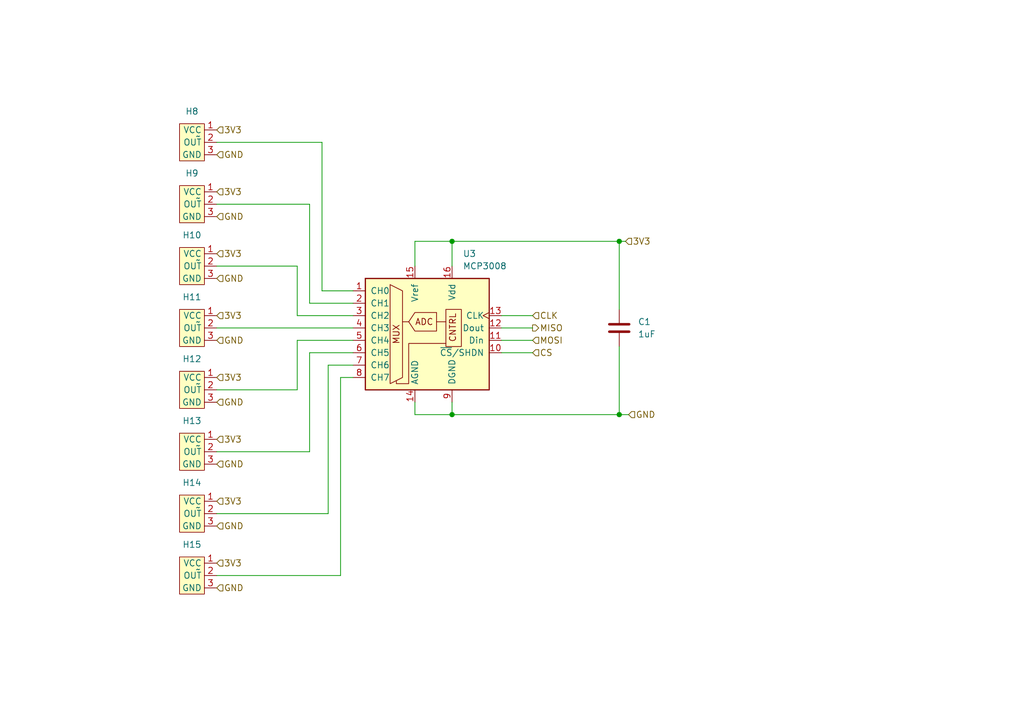
<source format=kicad_sch>
(kicad_sch (version 20230121) (generator eeschema)

  (uuid a0a494dd-3d79-4730-8358-4b63f4e697bb)

  (paper "A5")

  (lib_symbols
    (symbol "Analog_ADC:MCP3008" (pin_names (offset 1.016)) (in_bom yes) (on_board yes)
      (property "Reference" "U" (at -5.08 13.335 0)
        (effects (font (size 1.27 1.27)) (justify right))
      )
      (property "Value" "MCP3008" (at -5.08 11.43 0)
        (effects (font (size 1.27 1.27)) (justify right))
      )
      (property "Footprint" "" (at 2.54 2.54 0)
        (effects (font (size 1.27 1.27)) hide)
      )
      (property "Datasheet" "http://ww1.microchip.com/downloads/en/DeviceDoc/21295d.pdf" (at 2.54 2.54 0)
        (effects (font (size 1.27 1.27)) hide)
      )
      (property "ki_keywords" "12bit ADC Reference Single Supply SPI 8CH" (at 0 0 0)
        (effects (font (size 1.27 1.27)) hide)
      )
      (property "ki_description" "A/D Converter, 10-Bit, 8-Channel, SPI Interface , 2.7V-5.5V" (at 0 0 0)
        (effects (font (size 1.27 1.27)) hide)
      )
      (property "ki_fp_filters" "DIP*W7.62mm* SOIC*3.9x9.9mm*P1.27mm*" (at 0 0 0)
        (effects (font (size 1.27 1.27)) hide)
      )
      (symbol "MCP3008_0_0"
        (text "ADC" (at -0.635 1.27 0)
          (effects (font (size 1.27 1.27)))
        )
        (text "CNTRL" (at 5.969 -2.921 900)
          (effects (font (size 1.27 1.27)) (justify left bottom))
        )
        (text "MUX" (at -6.35 -1.27 900)
          (effects (font (size 1.27 1.27)))
        )
      )
      (symbol "MCP3008_0_1"
        (polyline
          (pts
            (xy -3.81 1.27)
            (xy -5.08 1.27)
          )
          (stroke (width 0) (type default))
          (fill (type none))
        )
        (polyline
          (pts
            (xy 1.905 1.27)
            (xy 3.81 1.27)
          )
          (stroke (width 0) (type default))
          (fill (type none))
        )
        (polyline
          (pts
            (xy -7.62 8.89)
            (xy -7.62 -11.43)
            (xy -5.08 -10.16)
            (xy -5.08 7.62)
            (xy -7.62 8.89)
          )
          (stroke (width 0) (type default))
          (fill (type none))
        )
        (polyline
          (pts
            (xy 3.81 -3.175)
            (xy -3.81 -3.175)
            (xy -3.81 -11.43)
            (xy -6.35 -11.43)
            (xy -6.35 -10.795)
          )
          (stroke (width 0) (type default))
          (fill (type none))
        )
        (polyline
          (pts
            (xy 1.905 3.175)
            (xy 1.905 -0.635)
            (xy -2.54 -0.635)
            (xy -3.81 1.27)
            (xy -2.54 3.175)
            (xy 1.905 3.175)
          )
          (stroke (width 0) (type default))
          (fill (type none))
        )
        (rectangle (start 3.81 -3.81) (end 6.985 3.81)
          (stroke (width 0) (type default))
          (fill (type none))
        )
        (rectangle (start 12.7 -12.7) (end -12.7 10.16)
          (stroke (width 0.254) (type default))
          (fill (type background))
        )
      )
      (symbol "MCP3008_1_1"
        (pin input line (at -15.24 7.62 0) (length 2.54)
          (name "CH0" (effects (font (size 1.27 1.27))))
          (number "1" (effects (font (size 1.27 1.27))))
        )
        (pin input line (at 15.24 -5.08 180) (length 2.54)
          (name "~{CS}/SHDN" (effects (font (size 1.27 1.27))))
          (number "10" (effects (font (size 1.27 1.27))))
        )
        (pin input line (at 15.24 -2.54 180) (length 2.54)
          (name "Din" (effects (font (size 1.27 1.27))))
          (number "11" (effects (font (size 1.27 1.27))))
        )
        (pin output line (at 15.24 0 180) (length 2.54)
          (name "Dout" (effects (font (size 1.27 1.27))))
          (number "12" (effects (font (size 1.27 1.27))))
        )
        (pin input clock (at 15.24 2.54 180) (length 2.54)
          (name "CLK" (effects (font (size 1.27 1.27))))
          (number "13" (effects (font (size 1.27 1.27))))
        )
        (pin power_in line (at -2.54 -15.24 90) (length 2.54)
          (name "AGND" (effects (font (size 1.27 1.27))))
          (number "14" (effects (font (size 1.27 1.27))))
        )
        (pin power_in line (at -2.54 12.7 270) (length 2.54)
          (name "Vref" (effects (font (size 1.27 1.27))))
          (number "15" (effects (font (size 1.27 1.27))))
        )
        (pin power_in line (at 5.08 12.7 270) (length 2.54)
          (name "Vdd" (effects (font (size 1.27 1.27))))
          (number "16" (effects (font (size 1.27 1.27))))
        )
        (pin input line (at -15.24 5.08 0) (length 2.54)
          (name "CH1" (effects (font (size 1.27 1.27))))
          (number "2" (effects (font (size 1.27 1.27))))
        )
        (pin input line (at -15.24 2.54 0) (length 2.54)
          (name "CH2" (effects (font (size 1.27 1.27))))
          (number "3" (effects (font (size 1.27 1.27))))
        )
        (pin input line (at -15.24 0 0) (length 2.54)
          (name "CH3" (effects (font (size 1.27 1.27))))
          (number "4" (effects (font (size 1.27 1.27))))
        )
        (pin input line (at -15.24 -2.54 0) (length 2.54)
          (name "CH4" (effects (font (size 1.27 1.27))))
          (number "5" (effects (font (size 1.27 1.27))))
        )
        (pin input line (at -15.24 -5.08 0) (length 2.54)
          (name "CH5" (effects (font (size 1.27 1.27))))
          (number "6" (effects (font (size 1.27 1.27))))
        )
        (pin input line (at -15.24 -7.62 0) (length 2.54)
          (name "CH6" (effects (font (size 1.27 1.27))))
          (number "7" (effects (font (size 1.27 1.27))))
        )
        (pin input line (at -15.24 -10.16 0) (length 2.54)
          (name "CH7" (effects (font (size 1.27 1.27))))
          (number "8" (effects (font (size 1.27 1.27))))
        )
        (pin power_in line (at 5.08 -15.24 90) (length 2.54)
          (name "DGND" (effects (font (size 1.27 1.27))))
          (number "9" (effects (font (size 1.27 1.27))))
        )
      )
    )
    (symbol "Device:C" (pin_numbers hide) (pin_names (offset 0.254)) (in_bom yes) (on_board yes)
      (property "Reference" "C" (at 0.635 2.54 0)
        (effects (font (size 1.27 1.27)) (justify left))
      )
      (property "Value" "C" (at 0.635 -2.54 0)
        (effects (font (size 1.27 1.27)) (justify left))
      )
      (property "Footprint" "" (at 0.9652 -3.81 0)
        (effects (font (size 1.27 1.27)) hide)
      )
      (property "Datasheet" "~" (at 0 0 0)
        (effects (font (size 1.27 1.27)) hide)
      )
      (property "ki_keywords" "cap capacitor" (at 0 0 0)
        (effects (font (size 1.27 1.27)) hide)
      )
      (property "ki_description" "Unpolarized capacitor" (at 0 0 0)
        (effects (font (size 1.27 1.27)) hide)
      )
      (property "ki_fp_filters" "C_*" (at 0 0 0)
        (effects (font (size 1.27 1.27)) hide)
      )
      (symbol "C_0_1"
        (polyline
          (pts
            (xy -2.032 -0.762)
            (xy 2.032 -0.762)
          )
          (stroke (width 0.508) (type default))
          (fill (type none))
        )
        (polyline
          (pts
            (xy -2.032 0.762)
            (xy 2.032 0.762)
          )
          (stroke (width 0.508) (type default))
          (fill (type none))
        )
      )
      (symbol "C_1_1"
        (pin passive line (at 0 3.81 270) (length 2.794)
          (name "~" (effects (font (size 1.27 1.27))))
          (number "1" (effects (font (size 1.27 1.27))))
        )
        (pin passive line (at 0 -3.81 90) (length 2.794)
          (name "~" (effects (font (size 1.27 1.27))))
          (number "2" (effects (font (size 1.27 1.27))))
        )
      )
    )
    (symbol "Library:SS39ET" (in_bom yes) (on_board yes)
      (property "Reference" "H" (at 0 5.08 0)
        (effects (font (size 1.27 1.27)))
      )
      (property "Value" "" (at 1.27 1.27 0)
        (effects (font (size 1.27 1.27)))
      )
      (property "Footprint" "Library:SS39ET" (at 1.27 -5.08 0)
        (effects (font (size 1.27 1.27)) hide)
      )
      (property "Datasheet" "" (at 1.27 1.27 0)
        (effects (font (size 1.27 1.27)) hide)
      )
      (property "ki_description" "Linear Hall-effect Sensor ICs" (at 0 0 0)
        (effects (font (size 1.27 1.27)) hide)
      )
      (symbol "SS39ET_1_1"
        (rectangle (start -2.54 3.81) (end 2.54 -3.81)
          (stroke (width 0) (type default))
          (fill (type background))
        )
        (pin power_in line (at 5.08 2.54 180) (length 2.54)
          (name "VCC" (effects (font (size 1.27 1.27))))
          (number "1" (effects (font (size 1.27 1.27))))
        )
        (pin output line (at 5.08 0 180) (length 2.54)
          (name "OUT" (effects (font (size 1.27 1.27))))
          (number "2" (effects (font (size 1.27 1.27))))
        )
        (pin power_in line (at 5.08 -2.54 180) (length 2.54)
          (name "GND" (effects (font (size 1.27 1.27))))
          (number "3" (effects (font (size 1.27 1.27))))
        )
      )
    )
  )

  (junction (at 127 85.09) (diameter 0) (color 0 0 0 0)
    (uuid 9df55269-9f82-42dc-b07d-6b9c40f0c873)
  )
  (junction (at 92.71 85.09) (diameter 0) (color 0 0 0 0)
    (uuid 9f3b657c-54fc-4dd9-b78e-485156774b97)
  )
  (junction (at 92.71 49.53) (diameter 0) (color 0 0 0 0)
    (uuid a0e6c700-0149-4054-9198-5d50c248d5ce)
  )
  (junction (at 127 49.53) (diameter 0) (color 0 0 0 0)
    (uuid faf4168a-b5c0-4849-946b-cdc5aa8357db)
  )

  (wire (pts (xy 60.96 80.01) (xy 60.96 69.85))
    (stroke (width 0) (type default))
    (uuid 0fb13ded-1762-4dd9-ba47-818f6b29d14c)
  )
  (wire (pts (xy 63.5 72.39) (xy 72.39 72.39))
    (stroke (width 0) (type default))
    (uuid 100e4272-d531-4524-b972-51908746e089)
  )
  (wire (pts (xy 66.04 59.69) (xy 72.39 59.69))
    (stroke (width 0) (type default))
    (uuid 175c0f47-f488-4944-9c22-9458ac667717)
  )
  (wire (pts (xy 127 71.12) (xy 127 85.09))
    (stroke (width 0) (type default))
    (uuid 1ea25d85-0cc3-49f2-b7e2-676f725ae09b)
  )
  (wire (pts (xy 102.87 64.77) (xy 109.22 64.77))
    (stroke (width 0) (type default))
    (uuid 23a0ed5e-01a1-4873-81dd-beeb94db013c)
  )
  (wire (pts (xy 44.45 41.91) (xy 63.5 41.91))
    (stroke (width 0) (type default))
    (uuid 31885358-6072-47aa-9805-a6531b7b2fec)
  )
  (wire (pts (xy 102.87 67.31) (xy 109.22 67.31))
    (stroke (width 0) (type default))
    (uuid 33e4fa86-2709-4261-925c-721447c81613)
  )
  (wire (pts (xy 92.71 85.09) (xy 127 85.09))
    (stroke (width 0) (type default))
    (uuid 3bb94756-b9e8-4b0d-9743-107efa262017)
  )
  (wire (pts (xy 63.5 92.71) (xy 63.5 72.39))
    (stroke (width 0) (type default))
    (uuid 4608e71f-f345-41a8-8261-7440a3fe8d17)
  )
  (wire (pts (xy 63.5 41.91) (xy 63.5 62.23))
    (stroke (width 0) (type default))
    (uuid 4ab65be8-fd54-42f9-b523-90a9f5404530)
  )
  (wire (pts (xy 92.71 49.53) (xy 85.09 49.53))
    (stroke (width 0) (type default))
    (uuid 4afae53a-0889-4e3b-ba8e-0704dc28e130)
  )
  (wire (pts (xy 44.45 67.31) (xy 72.39 67.31))
    (stroke (width 0) (type default))
    (uuid 4e89e9e7-e59c-4680-8170-c13cc3abcf9b)
  )
  (wire (pts (xy 66.04 29.21) (xy 66.04 59.69))
    (stroke (width 0) (type default))
    (uuid 50dfa232-64a3-4fde-baed-1e6ce16b9649)
  )
  (wire (pts (xy 92.71 54.61) (xy 92.71 49.53))
    (stroke (width 0) (type default))
    (uuid 53ffc8e8-5752-4149-8132-9ecea728c082)
  )
  (wire (pts (xy 127 49.53) (xy 92.71 49.53))
    (stroke (width 0) (type default))
    (uuid 544670bb-6c2d-433b-8d1e-fa51ab37260f)
  )
  (wire (pts (xy 128.27 49.53) (xy 127 49.53))
    (stroke (width 0) (type default))
    (uuid 59f8442e-f55a-4587-ac7c-9affaf3e0854)
  )
  (wire (pts (xy 44.45 105.41) (xy 67.31 105.41))
    (stroke (width 0) (type default))
    (uuid 71fc41ce-36a2-44d4-98f5-2c3dd18538b0)
  )
  (wire (pts (xy 60.96 64.77) (xy 60.96 54.61))
    (stroke (width 0) (type default))
    (uuid 7ac3821b-f470-4613-956b-4b80d1f546dc)
  )
  (wire (pts (xy 44.45 92.71) (xy 63.5 92.71))
    (stroke (width 0) (type default))
    (uuid 7b062c56-3903-4394-bce2-b845204f3fca)
  )
  (wire (pts (xy 69.85 77.47) (xy 72.39 77.47))
    (stroke (width 0) (type default))
    (uuid 83fc8389-d479-47ad-b37b-b7045fbdd030)
  )
  (wire (pts (xy 69.85 118.11) (xy 69.85 77.47))
    (stroke (width 0) (type default))
    (uuid 8b3031dd-80fa-474a-934e-bb19f081ee26)
  )
  (wire (pts (xy 67.31 105.41) (xy 67.31 74.93))
    (stroke (width 0) (type default))
    (uuid 8c5b0614-a1a6-4dc2-aa40-01ac3c7d689f)
  )
  (wire (pts (xy 63.5 62.23) (xy 72.39 62.23))
    (stroke (width 0) (type default))
    (uuid 8fe5de41-6fbd-4809-a370-243e7c39c0bb)
  )
  (wire (pts (xy 44.45 29.21) (xy 66.04 29.21))
    (stroke (width 0) (type default))
    (uuid 93d66c8c-b65f-4963-ad4b-428c0426f16b)
  )
  (wire (pts (xy 85.09 85.09) (xy 92.71 85.09))
    (stroke (width 0) (type default))
    (uuid 96a7dfe9-7131-4d83-a6ef-5fcf3e1dc373)
  )
  (wire (pts (xy 60.96 64.77) (xy 72.39 64.77))
    (stroke (width 0) (type default))
    (uuid ad5e77a5-a53a-4566-a343-4e910982d1d3)
  )
  (wire (pts (xy 102.87 69.85) (xy 109.22 69.85))
    (stroke (width 0) (type default))
    (uuid b59e50a9-6c7c-466b-81aa-de458455ab66)
  )
  (wire (pts (xy 67.31 74.93) (xy 72.39 74.93))
    (stroke (width 0) (type default))
    (uuid baea77c7-d790-4494-8e90-7c9fba82eadc)
  )
  (wire (pts (xy 127 49.53) (xy 127 63.5))
    (stroke (width 0) (type default))
    (uuid c03abb41-c567-41bd-b914-e11e0cb82a0d)
  )
  (wire (pts (xy 85.09 82.55) (xy 85.09 85.09))
    (stroke (width 0) (type default))
    (uuid c563662c-fe53-438c-aaae-fb152bbb846a)
  )
  (wire (pts (xy 60.96 54.61) (xy 44.45 54.61))
    (stroke (width 0) (type default))
    (uuid c651e95e-1078-4367-a43a-be2568f52919)
  )
  (wire (pts (xy 60.96 69.85) (xy 72.39 69.85))
    (stroke (width 0) (type default))
    (uuid ccf11841-cd81-45f2-a308-b15e7339d5db)
  )
  (wire (pts (xy 44.45 118.11) (xy 69.85 118.11))
    (stroke (width 0) (type default))
    (uuid d3417cb2-7683-4265-834c-ac396d0093fb)
  )
  (wire (pts (xy 85.09 49.53) (xy 85.09 54.61))
    (stroke (width 0) (type default))
    (uuid d4e6c664-e54e-4f18-a81b-1bae34d9625b)
  )
  (wire (pts (xy 102.87 72.39) (xy 109.22 72.39))
    (stroke (width 0) (type default))
    (uuid d8682808-0877-4aae-b0e0-37b9803ddda6)
  )
  (wire (pts (xy 127 85.09) (xy 128.905 85.09))
    (stroke (width 0) (type default))
    (uuid dcd55292-6c7e-4883-9d14-3b1d727e836d)
  )
  (wire (pts (xy 92.71 82.55) (xy 92.71 85.09))
    (stroke (width 0) (type default))
    (uuid e05dd26b-a5dc-46a4-8bd5-452c9602f7e6)
  )
  (wire (pts (xy 44.45 80.01) (xy 60.96 80.01))
    (stroke (width 0) (type default))
    (uuid f1cc0709-7350-4b9e-b709-dca210d41972)
  )

  (hierarchical_label "GND" (shape input) (at 44.45 44.45 0) (fields_autoplaced)
    (effects (font (size 1.27 1.27)) (justify left))
    (uuid 005cf54c-1f5e-4040-bf51-a7e955fa6379)
  )
  (hierarchical_label "CS" (shape input) (at 109.22 72.39 0) (fields_autoplaced)
    (effects (font (size 1.27 1.27)) (justify left))
    (uuid 1092baae-3e26-451d-aa21-3f322b7878d4)
  )
  (hierarchical_label "3V3" (shape input) (at 44.45 102.87 0) (fields_autoplaced)
    (effects (font (size 1.27 1.27)) (justify left))
    (uuid 1573d385-7376-429c-a915-ee7ae6b2413b)
  )
  (hierarchical_label "GND" (shape input) (at 44.45 82.55 0) (fields_autoplaced)
    (effects (font (size 1.27 1.27)) (justify left))
    (uuid 1f1af14b-99a5-4aa7-9216-9d580934882a)
  )
  (hierarchical_label "MOSI" (shape input) (at 109.22 69.85 0) (fields_autoplaced)
    (effects (font (size 1.27 1.27)) (justify left))
    (uuid 2591dcbc-6e73-49a6-b241-c4ffecbf2ed8)
  )
  (hierarchical_label "MISO" (shape output) (at 109.22 67.31 0) (fields_autoplaced)
    (effects (font (size 1.27 1.27)) (justify left))
    (uuid 25ddf44d-285f-4494-94f6-09f33f1bf40c)
  )
  (hierarchical_label "3V3" (shape input) (at 44.45 64.77 0) (fields_autoplaced)
    (effects (font (size 1.27 1.27)) (justify left))
    (uuid 31523cbb-ba57-4ef2-a4ed-efb55577b244)
  )
  (hierarchical_label "GND" (shape input) (at 44.45 57.15 0) (fields_autoplaced)
    (effects (font (size 1.27 1.27)) (justify left))
    (uuid 545cac4f-f000-41a9-8c06-2beaa5439c06)
  )
  (hierarchical_label "3V3" (shape input) (at 44.45 39.37 0) (fields_autoplaced)
    (effects (font (size 1.27 1.27)) (justify left))
    (uuid 585b6408-4b38-4500-9c76-68df5fadb347)
  )
  (hierarchical_label "GND" (shape input) (at 128.905 85.09 0) (fields_autoplaced)
    (effects (font (size 1.27 1.27)) (justify left))
    (uuid 5a9ac8b2-40d0-4437-b3f4-40badfd33b4f)
  )
  (hierarchical_label "GND" (shape input) (at 44.45 107.95 0) (fields_autoplaced)
    (effects (font (size 1.27 1.27)) (justify left))
    (uuid 72e7f4f4-c705-4c76-afcf-eaa62cf8ba2e)
  )
  (hierarchical_label "GND" (shape input) (at 44.45 69.85 0) (fields_autoplaced)
    (effects (font (size 1.27 1.27)) (justify left))
    (uuid 7690c4c4-3a15-4804-bf2c-0d611db18a75)
  )
  (hierarchical_label "GND" (shape input) (at 44.45 120.65 0) (fields_autoplaced)
    (effects (font (size 1.27 1.27)) (justify left))
    (uuid 7b1438ae-40ce-4704-a78b-b4b2b5eb37de)
  )
  (hierarchical_label "3V3" (shape input) (at 44.45 90.17 0) (fields_autoplaced)
    (effects (font (size 1.27 1.27)) (justify left))
    (uuid 8a4c9f43-ad50-467b-ac5d-6ed9f3dbc86f)
  )
  (hierarchical_label "GND" (shape input) (at 44.45 31.75 0) (fields_autoplaced)
    (effects (font (size 1.27 1.27)) (justify left))
    (uuid ae61c397-5e3d-4157-95f4-f0e569e0a3e9)
  )
  (hierarchical_label "3V3" (shape input) (at 44.45 77.47 0) (fields_autoplaced)
    (effects (font (size 1.27 1.27)) (justify left))
    (uuid afdd9a47-e574-4e0f-bcd2-54206dab0086)
  )
  (hierarchical_label "3V3" (shape input) (at 44.45 26.67 0) (fields_autoplaced)
    (effects (font (size 1.27 1.27)) (justify left))
    (uuid b622eabc-aeb8-4433-a62f-070c4e48ab85)
  )
  (hierarchical_label "3V3" (shape input) (at 44.45 52.07 0) (fields_autoplaced)
    (effects (font (size 1.27 1.27)) (justify left))
    (uuid c77d4426-6954-4596-906b-2ba1e43ef027)
  )
  (hierarchical_label "GND" (shape input) (at 44.45 95.25 0) (fields_autoplaced)
    (effects (font (size 1.27 1.27)) (justify left))
    (uuid c9292a9e-dce2-4700-9c18-e9dcc4cb1560)
  )
  (hierarchical_label "3V3" (shape input) (at 128.27 49.53 0) (fields_autoplaced)
    (effects (font (size 1.27 1.27)) (justify left))
    (uuid cde0d252-99f2-4f93-a10e-2427fc82c851)
  )
  (hierarchical_label "3V3" (shape input) (at 44.45 115.57 0) (fields_autoplaced)
    (effects (font (size 1.27 1.27)) (justify left))
    (uuid e011ed5c-9795-4d6d-8d47-88389fc7628e)
  )
  (hierarchical_label "CLK" (shape input) (at 109.22 64.77 0) (fields_autoplaced)
    (effects (font (size 1.27 1.27)) (justify left))
    (uuid fcee5578-c7d2-44ea-9da7-76de40ebdbc4)
  )

  (symbol (lib_id "Device:C") (at 127 67.31 0) (unit 1)
    (in_bom yes) (on_board yes) (dnp no) (fields_autoplaced)
    (uuid 252dc6ef-6cb1-43c3-94a1-e69c91c49c95)
    (property "Reference" "C1" (at 130.81 66.04 0)
      (effects (font (size 1.27 1.27)) (justify left))
    )
    (property "Value" "1uF" (at 130.81 68.58 0)
      (effects (font (size 1.27 1.27)) (justify left))
    )
    (property "Footprint" "" (at 127.9652 71.12 0)
      (effects (font (size 1.27 1.27)) hide)
    )
    (property "Datasheet" "~" (at 127 67.31 0)
      (effects (font (size 1.27 1.27)) hide)
    )
    (pin "2" (uuid 06a7c501-a7e9-40cf-b879-51070013cd62))
    (pin "1" (uuid cda3fad3-ba54-4cdd-89d5-2a4925e0afe3))
    (instances
      (project "bandoneon"
        (path "/3628cda3-bad1-4014-a851-91434ca52087/281879d1-17d5-476a-8152-9052381f6dcd"
          (reference "C1") (unit 1)
        )
        (path "/3628cda3-bad1-4014-a851-91434ca52087/c1331607-7beb-4328-8168-0ef2d7f0c3a8"
          (reference "C2") (unit 1)
        )
        (path "/3628cda3-bad1-4014-a851-91434ca52087/37f02563-9dad-45dc-aef9-616762245c01"
          (reference "C3") (unit 1)
        )
        (path "/3628cda3-bad1-4014-a851-91434ca52087/cbc0efbc-019d-423d-9c3b-01d851bb921b"
          (reference "C4") (unit 1)
        )
        (path "/3628cda3-bad1-4014-a851-91434ca52087/e5cf261c-2dfa-405f-b40f-26adaf491a2b"
          (reference "C5") (unit 1)
        )
        (path "/3628cda3-bad1-4014-a851-91434ca52087/0a8ae72f-05c4-432a-8f4c-17acfbc27e43"
          (reference "C6") (unit 1)
        )
        (path "/3628cda3-bad1-4014-a851-91434ca52087/01fa17a4-91ce-4047-8069-8dd63b35a268"
          (reference "C7") (unit 1)
        )
        (path "/3628cda3-bad1-4014-a851-91434ca52087/59d98d07-b4e7-4311-9e60-029d7a5b8da0"
          (reference "C8") (unit 1)
        )
      )
    )
  )

  (symbol (lib_id "Library:SS39ET") (at 39.37 105.41 0) (unit 1)
    (in_bom yes) (on_board yes) (dnp no)
    (uuid 2a41f988-e0bc-4169-a500-de1d58afd676)
    (property "Reference" "H14" (at 39.37 99.06 0)
      (effects (font (size 1.27 1.27)))
    )
    (property "Value" "~" (at 40.64 104.14 0)
      (effects (font (size 1.27 1.27)))
    )
    (property "Footprint" "Library:SS39ET" (at 40.64 104.14 0)
      (effects (font (size 1.27 1.27)) hide)
    )
    (property "Datasheet" "" (at 40.64 104.14 0)
      (effects (font (size 1.27 1.27)) hide)
    )
    (pin "2" (uuid 0a63d610-0703-46e1-bc41-e928e08b0e4b))
    (pin "3" (uuid 35abdcdf-e16e-4efa-b42a-c6f8df0977b0))
    (pin "1" (uuid 2ab730d3-ae51-4f5a-8550-00288bb85791))
    (instances
      (project "bandoneon"
        (path "/3628cda3-bad1-4014-a851-91434ca52087/281879d1-17d5-476a-8152-9052381f6dcd"
          (reference "H14") (unit 1)
        )
        (path "/3628cda3-bad1-4014-a851-91434ca52087/c1331607-7beb-4328-8168-0ef2d7f0c3a8"
          (reference "H22") (unit 1)
        )
        (path "/3628cda3-bad1-4014-a851-91434ca52087/37f02563-9dad-45dc-aef9-616762245c01"
          (reference "H30") (unit 1)
        )
        (path "/3628cda3-bad1-4014-a851-91434ca52087/cbc0efbc-019d-423d-9c3b-01d851bb921b"
          (reference "H38") (unit 1)
        )
        (path "/3628cda3-bad1-4014-a851-91434ca52087/e5cf261c-2dfa-405f-b40f-26adaf491a2b"
          (reference "H46") (unit 1)
        )
        (path "/3628cda3-bad1-4014-a851-91434ca52087/0a8ae72f-05c4-432a-8f4c-17acfbc27e43"
          (reference "H54") (unit 1)
        )
        (path "/3628cda3-bad1-4014-a851-91434ca52087/01fa17a4-91ce-4047-8069-8dd63b35a268"
          (reference "H62") (unit 1)
        )
        (path "/3628cda3-bad1-4014-a851-91434ca52087/59d98d07-b4e7-4311-9e60-029d7a5b8da0"
          (reference "H70") (unit 1)
        )
      )
    )
  )

  (symbol (lib_id "Library:SS39ET") (at 39.37 54.61 0) (unit 1)
    (in_bom yes) (on_board yes) (dnp no)
    (uuid 2de9383e-5164-40d0-af19-68a1f8cbe8ea)
    (property "Reference" "H10" (at 39.37 48.26 0)
      (effects (font (size 1.27 1.27)))
    )
    (property "Value" "~" (at 40.64 53.34 0)
      (effects (font (size 1.27 1.27)))
    )
    (property "Footprint" "Library:SS39ET" (at 40.64 53.34 0)
      (effects (font (size 1.27 1.27)) hide)
    )
    (property "Datasheet" "" (at 40.64 53.34 0)
      (effects (font (size 1.27 1.27)) hide)
    )
    (pin "2" (uuid 9d4efcfa-5515-4677-b7bd-870f7d880f42))
    (pin "3" (uuid 8154555b-2fdf-4a42-8157-7a8cd4f25c8e))
    (pin "1" (uuid 44869995-e69f-42b5-b295-7ea78aad619d))
    (instances
      (project "bandoneon"
        (path "/3628cda3-bad1-4014-a851-91434ca52087/281879d1-17d5-476a-8152-9052381f6dcd"
          (reference "H10") (unit 1)
        )
        (path "/3628cda3-bad1-4014-a851-91434ca52087/c1331607-7beb-4328-8168-0ef2d7f0c3a8"
          (reference "H18") (unit 1)
        )
        (path "/3628cda3-bad1-4014-a851-91434ca52087/37f02563-9dad-45dc-aef9-616762245c01"
          (reference "H26") (unit 1)
        )
        (path "/3628cda3-bad1-4014-a851-91434ca52087/cbc0efbc-019d-423d-9c3b-01d851bb921b"
          (reference "H34") (unit 1)
        )
        (path "/3628cda3-bad1-4014-a851-91434ca52087/e5cf261c-2dfa-405f-b40f-26adaf491a2b"
          (reference "H42") (unit 1)
        )
        (path "/3628cda3-bad1-4014-a851-91434ca52087/0a8ae72f-05c4-432a-8f4c-17acfbc27e43"
          (reference "H50") (unit 1)
        )
        (path "/3628cda3-bad1-4014-a851-91434ca52087/01fa17a4-91ce-4047-8069-8dd63b35a268"
          (reference "H58") (unit 1)
        )
        (path "/3628cda3-bad1-4014-a851-91434ca52087/59d98d07-b4e7-4311-9e60-029d7a5b8da0"
          (reference "H66") (unit 1)
        )
      )
    )
  )

  (symbol (lib_id "Analog_ADC:MCP3008") (at 87.63 67.31 0) (unit 1)
    (in_bom yes) (on_board yes) (dnp no) (fields_autoplaced)
    (uuid 4708017e-bda5-42fc-af74-e1267786030a)
    (property "Reference" "U3" (at 94.9041 52.07 0)
      (effects (font (size 1.27 1.27)) (justify left))
    )
    (property "Value" "MCP3008" (at 94.9041 54.61 0)
      (effects (font (size 1.27 1.27)) (justify left))
    )
    (property "Footprint" "Library:MCP3008T-I_SL" (at 90.17 64.77 0)
      (effects (font (size 1.27 1.27)) hide)
    )
    (property "Datasheet" "http://ww1.microchip.com/downloads/en/DeviceDoc/21295d.pdf" (at 90.17 64.77 0)
      (effects (font (size 1.27 1.27)) hide)
    )
    (pin "6" (uuid 0f26afa6-9e32-4b79-8934-6b88066ed6e2))
    (pin "4" (uuid d02c070e-a28c-46f9-b2e9-dbbd3bb2d235))
    (pin "14" (uuid 66311538-b6ec-4e92-9d58-8d0818a866a1))
    (pin "8" (uuid 01a0dbae-08e3-4159-b920-5ace71a7443b))
    (pin "5" (uuid 90f72f00-3bda-410c-9d07-0c08d9856e27))
    (pin "13" (uuid 51ec7e9a-8854-4b24-9f62-c6dfadb4dc5b))
    (pin "15" (uuid 341ed97b-7917-4baf-aa19-33a78650430b))
    (pin "7" (uuid ad95997a-b649-4e40-bf9e-6ced4f46d4e5))
    (pin "12" (uuid b4651e17-9082-474a-832f-4d37aee90ffd))
    (pin "3" (uuid fed7a4fc-6ceb-4a0b-bf5b-10d9343140b0))
    (pin "11" (uuid 5f06af92-a700-4d8c-be76-545ce68a3f50))
    (pin "16" (uuid a4b8fb07-11aa-4416-bf72-9b5f3f38b900))
    (pin "9" (uuid a1fe5562-831d-4cbf-bb20-78915ac6064b))
    (pin "1" (uuid ad3160f5-d835-4d67-86f9-ced0ce9aaf85))
    (pin "10" (uuid bfd9aa81-3342-4d23-9ae8-63c28d9e5b96))
    (pin "2" (uuid 5e8e02da-3e5d-4348-9652-c2b6dce4c509))
    (instances
      (project "bandoneon"
        (path "/3628cda3-bad1-4014-a851-91434ca52087/281879d1-17d5-476a-8152-9052381f6dcd"
          (reference "U3") (unit 1)
        )
        (path "/3628cda3-bad1-4014-a851-91434ca52087/c1331607-7beb-4328-8168-0ef2d7f0c3a8"
          (reference "U4") (unit 1)
        )
        (path "/3628cda3-bad1-4014-a851-91434ca52087/37f02563-9dad-45dc-aef9-616762245c01"
          (reference "U5") (unit 1)
        )
        (path "/3628cda3-bad1-4014-a851-91434ca52087/cbc0efbc-019d-423d-9c3b-01d851bb921b"
          (reference "U6") (unit 1)
        )
        (path "/3628cda3-bad1-4014-a851-91434ca52087/e5cf261c-2dfa-405f-b40f-26adaf491a2b"
          (reference "U7") (unit 1)
        )
        (path "/3628cda3-bad1-4014-a851-91434ca52087/0a8ae72f-05c4-432a-8f4c-17acfbc27e43"
          (reference "U8") (unit 1)
        )
        (path "/3628cda3-bad1-4014-a851-91434ca52087/01fa17a4-91ce-4047-8069-8dd63b35a268"
          (reference "U9") (unit 1)
        )
        (path "/3628cda3-bad1-4014-a851-91434ca52087/59d98d07-b4e7-4311-9e60-029d7a5b8da0"
          (reference "U10") (unit 1)
        )
      )
    )
  )

  (symbol (lib_id "Library:SS39ET") (at 39.37 41.91 0) (unit 1)
    (in_bom yes) (on_board yes) (dnp no)
    (uuid 50192057-c4ea-4d94-9020-cf6f5a70a30a)
    (property "Reference" "H9" (at 39.37 35.56 0)
      (effects (font (size 1.27 1.27)))
    )
    (property "Value" "~" (at 40.64 40.64 0)
      (effects (font (size 1.27 1.27)))
    )
    (property "Footprint" "Library:SS39ET" (at 40.64 40.64 0)
      (effects (font (size 1.27 1.27)) hide)
    )
    (property "Datasheet" "" (at 40.64 40.64 0)
      (effects (font (size 1.27 1.27)) hide)
    )
    (pin "2" (uuid 6fda973d-906b-46d7-ba83-85757a2cde87))
    (pin "3" (uuid 0f5f0848-2b4d-40b8-8104-504b43348344))
    (pin "1" (uuid 26d78fda-f527-4e0d-9c7e-24c58a422578))
    (instances
      (project "bandoneon"
        (path "/3628cda3-bad1-4014-a851-91434ca52087/281879d1-17d5-476a-8152-9052381f6dcd"
          (reference "H9") (unit 1)
        )
        (path "/3628cda3-bad1-4014-a851-91434ca52087/c1331607-7beb-4328-8168-0ef2d7f0c3a8"
          (reference "H17") (unit 1)
        )
        (path "/3628cda3-bad1-4014-a851-91434ca52087/37f02563-9dad-45dc-aef9-616762245c01"
          (reference "H25") (unit 1)
        )
        (path "/3628cda3-bad1-4014-a851-91434ca52087/cbc0efbc-019d-423d-9c3b-01d851bb921b"
          (reference "H33") (unit 1)
        )
        (path "/3628cda3-bad1-4014-a851-91434ca52087/e5cf261c-2dfa-405f-b40f-26adaf491a2b"
          (reference "H41") (unit 1)
        )
        (path "/3628cda3-bad1-4014-a851-91434ca52087/0a8ae72f-05c4-432a-8f4c-17acfbc27e43"
          (reference "H49") (unit 1)
        )
        (path "/3628cda3-bad1-4014-a851-91434ca52087/01fa17a4-91ce-4047-8069-8dd63b35a268"
          (reference "H57") (unit 1)
        )
        (path "/3628cda3-bad1-4014-a851-91434ca52087/59d98d07-b4e7-4311-9e60-029d7a5b8da0"
          (reference "H65") (unit 1)
        )
      )
    )
  )

  (symbol (lib_id "Library:SS39ET") (at 39.37 29.21 0) (unit 1)
    (in_bom yes) (on_board yes) (dnp no)
    (uuid 70e37a73-ae87-441a-96ce-130c62a41bfb)
    (property "Reference" "H8" (at 39.37 22.86 0)
      (effects (font (size 1.27 1.27)))
    )
    (property "Value" "~" (at 40.64 27.94 0)
      (effects (font (size 1.27 1.27)))
    )
    (property "Footprint" "Library:SS39ET" (at 40.64 27.94 0)
      (effects (font (size 1.27 1.27)) hide)
    )
    (property "Datasheet" "" (at 40.64 27.94 0)
      (effects (font (size 1.27 1.27)) hide)
    )
    (pin "2" (uuid 985282aa-36a7-4c50-bcc2-f353247ee615))
    (pin "3" (uuid 608d1f02-81e5-405d-84a6-2503fc5d20c0))
    (pin "1" (uuid 24fd5005-e08a-4b83-81ae-5f7507d41ab2))
    (instances
      (project "bandoneon"
        (path "/3628cda3-bad1-4014-a851-91434ca52087/281879d1-17d5-476a-8152-9052381f6dcd"
          (reference "H8") (unit 1)
        )
        (path "/3628cda3-bad1-4014-a851-91434ca52087/c1331607-7beb-4328-8168-0ef2d7f0c3a8"
          (reference "H16") (unit 1)
        )
        (path "/3628cda3-bad1-4014-a851-91434ca52087/37f02563-9dad-45dc-aef9-616762245c01"
          (reference "H24") (unit 1)
        )
        (path "/3628cda3-bad1-4014-a851-91434ca52087/cbc0efbc-019d-423d-9c3b-01d851bb921b"
          (reference "H32") (unit 1)
        )
        (path "/3628cda3-bad1-4014-a851-91434ca52087/e5cf261c-2dfa-405f-b40f-26adaf491a2b"
          (reference "H40") (unit 1)
        )
        (path "/3628cda3-bad1-4014-a851-91434ca52087/0a8ae72f-05c4-432a-8f4c-17acfbc27e43"
          (reference "H48") (unit 1)
        )
        (path "/3628cda3-bad1-4014-a851-91434ca52087/01fa17a4-91ce-4047-8069-8dd63b35a268"
          (reference "H56") (unit 1)
        )
        (path "/3628cda3-bad1-4014-a851-91434ca52087/59d98d07-b4e7-4311-9e60-029d7a5b8da0"
          (reference "H64") (unit 1)
        )
      )
    )
  )

  (symbol (lib_id "Library:SS39ET") (at 39.37 92.71 0) (unit 1)
    (in_bom yes) (on_board yes) (dnp no)
    (uuid 7c7ba173-14d1-4998-b039-4dccf03d9917)
    (property "Reference" "H13" (at 39.37 86.36 0)
      (effects (font (size 1.27 1.27)))
    )
    (property "Value" "~" (at 40.64 91.44 0)
      (effects (font (size 1.27 1.27)))
    )
    (property "Footprint" "Library:SS39ET" (at 40.64 91.44 0)
      (effects (font (size 1.27 1.27)) hide)
    )
    (property "Datasheet" "" (at 40.64 91.44 0)
      (effects (font (size 1.27 1.27)) hide)
    )
    (pin "2" (uuid 933960d4-65f9-4583-b60a-4ec5ddf815f2))
    (pin "3" (uuid 8cc5e2a1-625a-4c60-83a4-0deff36c0b68))
    (pin "1" (uuid ea4efb3b-8669-4775-82f1-04eb8ccf16ff))
    (instances
      (project "bandoneon"
        (path "/3628cda3-bad1-4014-a851-91434ca52087/281879d1-17d5-476a-8152-9052381f6dcd"
          (reference "H13") (unit 1)
        )
        (path "/3628cda3-bad1-4014-a851-91434ca52087/c1331607-7beb-4328-8168-0ef2d7f0c3a8"
          (reference "H21") (unit 1)
        )
        (path "/3628cda3-bad1-4014-a851-91434ca52087/37f02563-9dad-45dc-aef9-616762245c01"
          (reference "H29") (unit 1)
        )
        (path "/3628cda3-bad1-4014-a851-91434ca52087/cbc0efbc-019d-423d-9c3b-01d851bb921b"
          (reference "H37") (unit 1)
        )
        (path "/3628cda3-bad1-4014-a851-91434ca52087/e5cf261c-2dfa-405f-b40f-26adaf491a2b"
          (reference "H45") (unit 1)
        )
        (path "/3628cda3-bad1-4014-a851-91434ca52087/0a8ae72f-05c4-432a-8f4c-17acfbc27e43"
          (reference "H53") (unit 1)
        )
        (path "/3628cda3-bad1-4014-a851-91434ca52087/01fa17a4-91ce-4047-8069-8dd63b35a268"
          (reference "H61") (unit 1)
        )
        (path "/3628cda3-bad1-4014-a851-91434ca52087/59d98d07-b4e7-4311-9e60-029d7a5b8da0"
          (reference "H69") (unit 1)
        )
      )
    )
  )

  (symbol (lib_id "Library:SS39ET") (at 39.37 118.11 0) (unit 1)
    (in_bom yes) (on_board yes) (dnp no)
    (uuid 9f15fdac-903f-4c51-b593-e63ee5582a0c)
    (property "Reference" "H15" (at 39.37 111.76 0)
      (effects (font (size 1.27 1.27)))
    )
    (property "Value" "~" (at 40.64 116.84 0)
      (effects (font (size 1.27 1.27)))
    )
    (property "Footprint" "Library:SS39ET" (at 40.64 116.84 0)
      (effects (font (size 1.27 1.27)) hide)
    )
    (property "Datasheet" "" (at 40.64 116.84 0)
      (effects (font (size 1.27 1.27)) hide)
    )
    (pin "2" (uuid a668f946-23f9-4522-bcba-83226cfbbd70))
    (pin "3" (uuid 38a0bc9b-d883-4fc1-8c95-e605672b6e90))
    (pin "1" (uuid 639adb17-d805-4a5e-83aa-5971c1513997))
    (instances
      (project "bandoneon"
        (path "/3628cda3-bad1-4014-a851-91434ca52087/281879d1-17d5-476a-8152-9052381f6dcd"
          (reference "H15") (unit 1)
        )
        (path "/3628cda3-bad1-4014-a851-91434ca52087/c1331607-7beb-4328-8168-0ef2d7f0c3a8"
          (reference "H23") (unit 1)
        )
        (path "/3628cda3-bad1-4014-a851-91434ca52087/37f02563-9dad-45dc-aef9-616762245c01"
          (reference "H31") (unit 1)
        )
        (path "/3628cda3-bad1-4014-a851-91434ca52087/cbc0efbc-019d-423d-9c3b-01d851bb921b"
          (reference "H39") (unit 1)
        )
        (path "/3628cda3-bad1-4014-a851-91434ca52087/e5cf261c-2dfa-405f-b40f-26adaf491a2b"
          (reference "H47") (unit 1)
        )
        (path "/3628cda3-bad1-4014-a851-91434ca52087/0a8ae72f-05c4-432a-8f4c-17acfbc27e43"
          (reference "H55") (unit 1)
        )
        (path "/3628cda3-bad1-4014-a851-91434ca52087/01fa17a4-91ce-4047-8069-8dd63b35a268"
          (reference "H63") (unit 1)
        )
        (path "/3628cda3-bad1-4014-a851-91434ca52087/59d98d07-b4e7-4311-9e60-029d7a5b8da0"
          (reference "H71") (unit 1)
        )
      )
    )
  )

  (symbol (lib_id "Library:SS39ET") (at 39.37 80.01 0) (unit 1)
    (in_bom yes) (on_board yes) (dnp no)
    (uuid e5886362-8483-445e-b678-2962be4174f1)
    (property "Reference" "H12" (at 39.37 73.66 0)
      (effects (font (size 1.27 1.27)))
    )
    (property "Value" "~" (at 40.64 78.74 0)
      (effects (font (size 1.27 1.27)))
    )
    (property "Footprint" "Library:SS39ET" (at 40.64 78.74 0)
      (effects (font (size 1.27 1.27)) hide)
    )
    (property "Datasheet" "" (at 40.64 78.74 0)
      (effects (font (size 1.27 1.27)) hide)
    )
    (pin "2" (uuid 0adb8b7f-cbe8-4f48-acc2-e7f27344d36b))
    (pin "3" (uuid e4e7702e-7c56-423a-a54e-881efa12828f))
    (pin "1" (uuid d94721f5-16e9-44c1-a22b-dad811d193b0))
    (instances
      (project "bandoneon"
        (path "/3628cda3-bad1-4014-a851-91434ca52087/281879d1-17d5-476a-8152-9052381f6dcd"
          (reference "H12") (unit 1)
        )
        (path "/3628cda3-bad1-4014-a851-91434ca52087/c1331607-7beb-4328-8168-0ef2d7f0c3a8"
          (reference "H20") (unit 1)
        )
        (path "/3628cda3-bad1-4014-a851-91434ca52087/37f02563-9dad-45dc-aef9-616762245c01"
          (reference "H28") (unit 1)
        )
        (path "/3628cda3-bad1-4014-a851-91434ca52087/cbc0efbc-019d-423d-9c3b-01d851bb921b"
          (reference "H36") (unit 1)
        )
        (path "/3628cda3-bad1-4014-a851-91434ca52087/e5cf261c-2dfa-405f-b40f-26adaf491a2b"
          (reference "H44") (unit 1)
        )
        (path "/3628cda3-bad1-4014-a851-91434ca52087/0a8ae72f-05c4-432a-8f4c-17acfbc27e43"
          (reference "H52") (unit 1)
        )
        (path "/3628cda3-bad1-4014-a851-91434ca52087/01fa17a4-91ce-4047-8069-8dd63b35a268"
          (reference "H60") (unit 1)
        )
        (path "/3628cda3-bad1-4014-a851-91434ca52087/59d98d07-b4e7-4311-9e60-029d7a5b8da0"
          (reference "H68") (unit 1)
        )
      )
    )
  )

  (symbol (lib_id "Library:SS39ET") (at 39.37 67.31 0) (unit 1)
    (in_bom yes) (on_board yes) (dnp no)
    (uuid f28c8366-f79f-441e-9ff3-1cf50c7f34c6)
    (property "Reference" "H11" (at 39.37 60.96 0)
      (effects (font (size 1.27 1.27)))
    )
    (property "Value" "~" (at 40.64 66.04 0)
      (effects (font (size 1.27 1.27)))
    )
    (property "Footprint" "Library:SS39ET" (at 40.64 66.04 0)
      (effects (font (size 1.27 1.27)) hide)
    )
    (property "Datasheet" "" (at 40.64 66.04 0)
      (effects (font (size 1.27 1.27)) hide)
    )
    (pin "2" (uuid 02fe21a8-c2d3-47e8-a8fb-836986d784c4))
    (pin "3" (uuid 16b6ba71-288a-4b83-9f28-2f2c26480312))
    (pin "1" (uuid 15813f49-6f12-4bf4-af95-ac8ed80df3e8))
    (instances
      (project "bandoneon"
        (path "/3628cda3-bad1-4014-a851-91434ca52087/281879d1-17d5-476a-8152-9052381f6dcd"
          (reference "H11") (unit 1)
        )
        (path "/3628cda3-bad1-4014-a851-91434ca52087/c1331607-7beb-4328-8168-0ef2d7f0c3a8"
          (reference "H19") (unit 1)
        )
        (path "/3628cda3-bad1-4014-a851-91434ca52087/37f02563-9dad-45dc-aef9-616762245c01"
          (reference "H27") (unit 1)
        )
        (path "/3628cda3-bad1-4014-a851-91434ca52087/cbc0efbc-019d-423d-9c3b-01d851bb921b"
          (reference "H35") (unit 1)
        )
        (path "/3628cda3-bad1-4014-a851-91434ca52087/e5cf261c-2dfa-405f-b40f-26adaf491a2b"
          (reference "H43") (unit 1)
        )
        (path "/3628cda3-bad1-4014-a851-91434ca52087/0a8ae72f-05c4-432a-8f4c-17acfbc27e43"
          (reference "H51") (unit 1)
        )
        (path "/3628cda3-bad1-4014-a851-91434ca52087/01fa17a4-91ce-4047-8069-8dd63b35a268"
          (reference "H59") (unit 1)
        )
        (path "/3628cda3-bad1-4014-a851-91434ca52087/59d98d07-b4e7-4311-9e60-029d7a5b8da0"
          (reference "H67") (unit 1)
        )
      )
    )
  )
)

</source>
